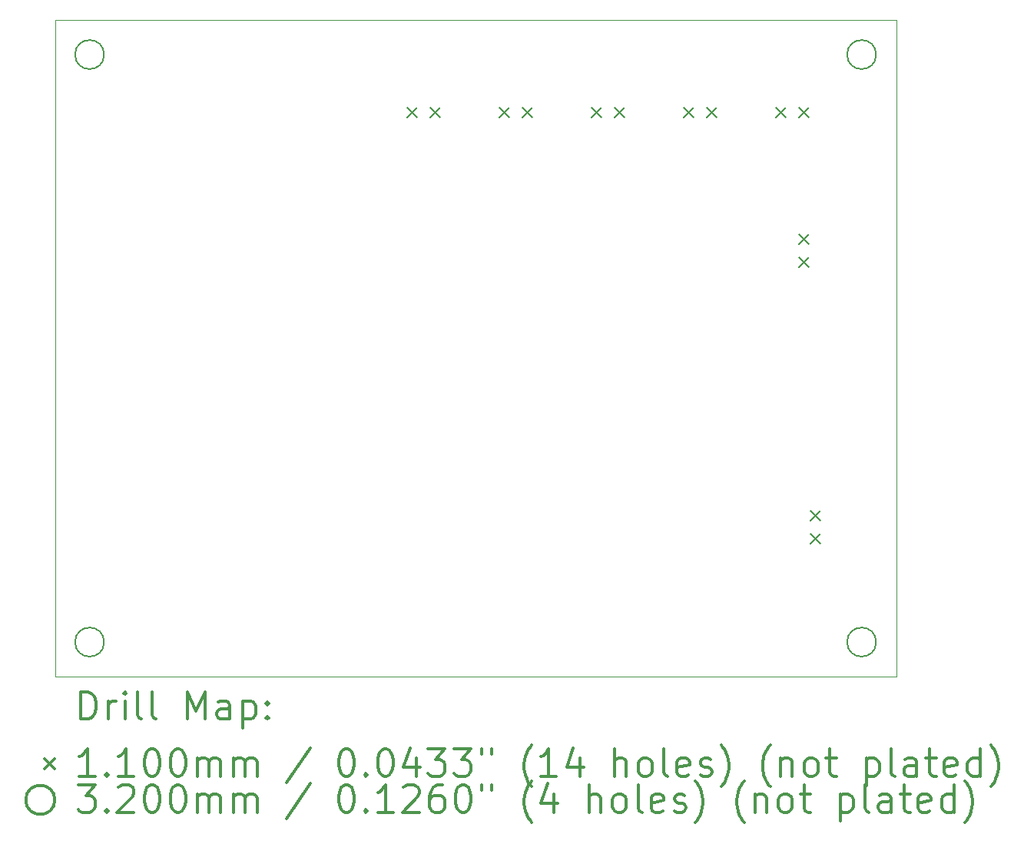
<source format=gbr>
%FSLAX45Y45*%
G04 Gerber Fmt 4.5, Leading zero omitted, Abs format (unit mm)*
G04 Created by KiCad (PCBNEW (5.1.10)-1) date 2021-06-12 21:44:27*
%MOMM*%
%LPD*%
G01*
G04 APERTURE LIST*
%TA.AperFunction,Profile*%
%ADD10C,0.050000*%
%TD*%
%ADD11C,0.200000*%
%ADD12C,0.300000*%
G04 APERTURE END LIST*
D10*
X9398000Y-12319000D02*
X9398000Y-5080000D01*
X18669000Y-12319000D02*
X9398000Y-12319000D01*
X18669000Y-5080000D02*
X18669000Y-12319000D01*
X9398000Y-5080000D02*
X18669000Y-5080000D01*
D11*
X13280000Y-6041000D02*
X13390000Y-6151000D01*
X13390000Y-6041000D02*
X13280000Y-6151000D01*
X13534000Y-6041000D02*
X13644000Y-6151000D01*
X13644000Y-6041000D02*
X13534000Y-6151000D01*
X14296000Y-6041000D02*
X14406000Y-6151000D01*
X14406000Y-6041000D02*
X14296000Y-6151000D01*
X14550000Y-6041000D02*
X14660000Y-6151000D01*
X14660000Y-6041000D02*
X14550000Y-6151000D01*
X15312000Y-6041000D02*
X15422000Y-6151000D01*
X15422000Y-6041000D02*
X15312000Y-6151000D01*
X15566000Y-6041000D02*
X15676000Y-6151000D01*
X15676000Y-6041000D02*
X15566000Y-6151000D01*
X16328000Y-6041000D02*
X16438000Y-6151000D01*
X16438000Y-6041000D02*
X16328000Y-6151000D01*
X16582000Y-6041000D02*
X16692000Y-6151000D01*
X16692000Y-6041000D02*
X16582000Y-6151000D01*
X17344000Y-6041000D02*
X17454000Y-6151000D01*
X17454000Y-6041000D02*
X17344000Y-6151000D01*
X17598000Y-6041000D02*
X17708000Y-6151000D01*
X17708000Y-6041000D02*
X17598000Y-6151000D01*
X17598000Y-7438000D02*
X17708000Y-7548000D01*
X17708000Y-7438000D02*
X17598000Y-7548000D01*
X17598000Y-7692000D02*
X17708000Y-7802000D01*
X17708000Y-7692000D02*
X17598000Y-7802000D01*
X17725000Y-10486000D02*
X17835000Y-10596000D01*
X17835000Y-10486000D02*
X17725000Y-10596000D01*
X17725000Y-10740000D02*
X17835000Y-10850000D01*
X17835000Y-10740000D02*
X17725000Y-10850000D01*
X9939000Y-5461000D02*
G75*
G03*
X9939000Y-5461000I-160000J0D01*
G01*
X9939000Y-11938000D02*
G75*
G03*
X9939000Y-11938000I-160000J0D01*
G01*
X18448000Y-5461000D02*
G75*
G03*
X18448000Y-5461000I-160000J0D01*
G01*
X18448000Y-11938000D02*
G75*
G03*
X18448000Y-11938000I-160000J0D01*
G01*
D12*
X9681928Y-12787214D02*
X9681928Y-12487214D01*
X9753357Y-12487214D01*
X9796214Y-12501500D01*
X9824786Y-12530071D01*
X9839071Y-12558643D01*
X9853357Y-12615786D01*
X9853357Y-12658643D01*
X9839071Y-12715786D01*
X9824786Y-12744357D01*
X9796214Y-12772929D01*
X9753357Y-12787214D01*
X9681928Y-12787214D01*
X9981928Y-12787214D02*
X9981928Y-12587214D01*
X9981928Y-12644357D02*
X9996214Y-12615786D01*
X10010500Y-12601500D01*
X10039071Y-12587214D01*
X10067643Y-12587214D01*
X10167643Y-12787214D02*
X10167643Y-12587214D01*
X10167643Y-12487214D02*
X10153357Y-12501500D01*
X10167643Y-12515786D01*
X10181928Y-12501500D01*
X10167643Y-12487214D01*
X10167643Y-12515786D01*
X10353357Y-12787214D02*
X10324786Y-12772929D01*
X10310500Y-12744357D01*
X10310500Y-12487214D01*
X10510500Y-12787214D02*
X10481928Y-12772929D01*
X10467643Y-12744357D01*
X10467643Y-12487214D01*
X10853357Y-12787214D02*
X10853357Y-12487214D01*
X10953357Y-12701500D01*
X11053357Y-12487214D01*
X11053357Y-12787214D01*
X11324786Y-12787214D02*
X11324786Y-12630071D01*
X11310500Y-12601500D01*
X11281928Y-12587214D01*
X11224786Y-12587214D01*
X11196214Y-12601500D01*
X11324786Y-12772929D02*
X11296214Y-12787214D01*
X11224786Y-12787214D01*
X11196214Y-12772929D01*
X11181928Y-12744357D01*
X11181928Y-12715786D01*
X11196214Y-12687214D01*
X11224786Y-12672929D01*
X11296214Y-12672929D01*
X11324786Y-12658643D01*
X11467643Y-12587214D02*
X11467643Y-12887214D01*
X11467643Y-12601500D02*
X11496214Y-12587214D01*
X11553357Y-12587214D01*
X11581928Y-12601500D01*
X11596214Y-12615786D01*
X11610500Y-12644357D01*
X11610500Y-12730071D01*
X11596214Y-12758643D01*
X11581928Y-12772929D01*
X11553357Y-12787214D01*
X11496214Y-12787214D01*
X11467643Y-12772929D01*
X11739071Y-12758643D02*
X11753357Y-12772929D01*
X11739071Y-12787214D01*
X11724786Y-12772929D01*
X11739071Y-12758643D01*
X11739071Y-12787214D01*
X11739071Y-12601500D02*
X11753357Y-12615786D01*
X11739071Y-12630071D01*
X11724786Y-12615786D01*
X11739071Y-12601500D01*
X11739071Y-12630071D01*
X9285500Y-13226500D02*
X9395500Y-13336500D01*
X9395500Y-13226500D02*
X9285500Y-13336500D01*
X9839071Y-13417214D02*
X9667643Y-13417214D01*
X9753357Y-13417214D02*
X9753357Y-13117214D01*
X9724786Y-13160071D01*
X9696214Y-13188643D01*
X9667643Y-13202929D01*
X9967643Y-13388643D02*
X9981928Y-13402929D01*
X9967643Y-13417214D01*
X9953357Y-13402929D01*
X9967643Y-13388643D01*
X9967643Y-13417214D01*
X10267643Y-13417214D02*
X10096214Y-13417214D01*
X10181928Y-13417214D02*
X10181928Y-13117214D01*
X10153357Y-13160071D01*
X10124786Y-13188643D01*
X10096214Y-13202929D01*
X10453357Y-13117214D02*
X10481928Y-13117214D01*
X10510500Y-13131500D01*
X10524786Y-13145786D01*
X10539071Y-13174357D01*
X10553357Y-13231500D01*
X10553357Y-13302929D01*
X10539071Y-13360071D01*
X10524786Y-13388643D01*
X10510500Y-13402929D01*
X10481928Y-13417214D01*
X10453357Y-13417214D01*
X10424786Y-13402929D01*
X10410500Y-13388643D01*
X10396214Y-13360071D01*
X10381928Y-13302929D01*
X10381928Y-13231500D01*
X10396214Y-13174357D01*
X10410500Y-13145786D01*
X10424786Y-13131500D01*
X10453357Y-13117214D01*
X10739071Y-13117214D02*
X10767643Y-13117214D01*
X10796214Y-13131500D01*
X10810500Y-13145786D01*
X10824786Y-13174357D01*
X10839071Y-13231500D01*
X10839071Y-13302929D01*
X10824786Y-13360071D01*
X10810500Y-13388643D01*
X10796214Y-13402929D01*
X10767643Y-13417214D01*
X10739071Y-13417214D01*
X10710500Y-13402929D01*
X10696214Y-13388643D01*
X10681928Y-13360071D01*
X10667643Y-13302929D01*
X10667643Y-13231500D01*
X10681928Y-13174357D01*
X10696214Y-13145786D01*
X10710500Y-13131500D01*
X10739071Y-13117214D01*
X10967643Y-13417214D02*
X10967643Y-13217214D01*
X10967643Y-13245786D02*
X10981928Y-13231500D01*
X11010500Y-13217214D01*
X11053357Y-13217214D01*
X11081928Y-13231500D01*
X11096214Y-13260071D01*
X11096214Y-13417214D01*
X11096214Y-13260071D02*
X11110500Y-13231500D01*
X11139071Y-13217214D01*
X11181928Y-13217214D01*
X11210500Y-13231500D01*
X11224786Y-13260071D01*
X11224786Y-13417214D01*
X11367643Y-13417214D02*
X11367643Y-13217214D01*
X11367643Y-13245786D02*
X11381928Y-13231500D01*
X11410500Y-13217214D01*
X11453357Y-13217214D01*
X11481928Y-13231500D01*
X11496214Y-13260071D01*
X11496214Y-13417214D01*
X11496214Y-13260071D02*
X11510500Y-13231500D01*
X11539071Y-13217214D01*
X11581928Y-13217214D01*
X11610500Y-13231500D01*
X11624786Y-13260071D01*
X11624786Y-13417214D01*
X12210500Y-13102929D02*
X11953357Y-13488643D01*
X12596214Y-13117214D02*
X12624786Y-13117214D01*
X12653357Y-13131500D01*
X12667643Y-13145786D01*
X12681928Y-13174357D01*
X12696214Y-13231500D01*
X12696214Y-13302929D01*
X12681928Y-13360071D01*
X12667643Y-13388643D01*
X12653357Y-13402929D01*
X12624786Y-13417214D01*
X12596214Y-13417214D01*
X12567643Y-13402929D01*
X12553357Y-13388643D01*
X12539071Y-13360071D01*
X12524786Y-13302929D01*
X12524786Y-13231500D01*
X12539071Y-13174357D01*
X12553357Y-13145786D01*
X12567643Y-13131500D01*
X12596214Y-13117214D01*
X12824786Y-13388643D02*
X12839071Y-13402929D01*
X12824786Y-13417214D01*
X12810500Y-13402929D01*
X12824786Y-13388643D01*
X12824786Y-13417214D01*
X13024786Y-13117214D02*
X13053357Y-13117214D01*
X13081928Y-13131500D01*
X13096214Y-13145786D01*
X13110500Y-13174357D01*
X13124786Y-13231500D01*
X13124786Y-13302929D01*
X13110500Y-13360071D01*
X13096214Y-13388643D01*
X13081928Y-13402929D01*
X13053357Y-13417214D01*
X13024786Y-13417214D01*
X12996214Y-13402929D01*
X12981928Y-13388643D01*
X12967643Y-13360071D01*
X12953357Y-13302929D01*
X12953357Y-13231500D01*
X12967643Y-13174357D01*
X12981928Y-13145786D01*
X12996214Y-13131500D01*
X13024786Y-13117214D01*
X13381928Y-13217214D02*
X13381928Y-13417214D01*
X13310500Y-13102929D02*
X13239071Y-13317214D01*
X13424786Y-13317214D01*
X13510500Y-13117214D02*
X13696214Y-13117214D01*
X13596214Y-13231500D01*
X13639071Y-13231500D01*
X13667643Y-13245786D01*
X13681928Y-13260071D01*
X13696214Y-13288643D01*
X13696214Y-13360071D01*
X13681928Y-13388643D01*
X13667643Y-13402929D01*
X13639071Y-13417214D01*
X13553357Y-13417214D01*
X13524786Y-13402929D01*
X13510500Y-13388643D01*
X13796214Y-13117214D02*
X13981928Y-13117214D01*
X13881928Y-13231500D01*
X13924786Y-13231500D01*
X13953357Y-13245786D01*
X13967643Y-13260071D01*
X13981928Y-13288643D01*
X13981928Y-13360071D01*
X13967643Y-13388643D01*
X13953357Y-13402929D01*
X13924786Y-13417214D01*
X13839071Y-13417214D01*
X13810500Y-13402929D01*
X13796214Y-13388643D01*
X14096214Y-13117214D02*
X14096214Y-13174357D01*
X14210500Y-13117214D02*
X14210500Y-13174357D01*
X14653357Y-13531500D02*
X14639071Y-13517214D01*
X14610500Y-13474357D01*
X14596214Y-13445786D01*
X14581928Y-13402929D01*
X14567643Y-13331500D01*
X14567643Y-13274357D01*
X14581928Y-13202929D01*
X14596214Y-13160071D01*
X14610500Y-13131500D01*
X14639071Y-13088643D01*
X14653357Y-13074357D01*
X14924786Y-13417214D02*
X14753357Y-13417214D01*
X14839071Y-13417214D02*
X14839071Y-13117214D01*
X14810500Y-13160071D01*
X14781928Y-13188643D01*
X14753357Y-13202929D01*
X15181928Y-13217214D02*
X15181928Y-13417214D01*
X15110500Y-13102929D02*
X15039071Y-13317214D01*
X15224786Y-13317214D01*
X15567643Y-13417214D02*
X15567643Y-13117214D01*
X15696214Y-13417214D02*
X15696214Y-13260071D01*
X15681928Y-13231500D01*
X15653357Y-13217214D01*
X15610500Y-13217214D01*
X15581928Y-13231500D01*
X15567643Y-13245786D01*
X15881928Y-13417214D02*
X15853357Y-13402929D01*
X15839071Y-13388643D01*
X15824786Y-13360071D01*
X15824786Y-13274357D01*
X15839071Y-13245786D01*
X15853357Y-13231500D01*
X15881928Y-13217214D01*
X15924786Y-13217214D01*
X15953357Y-13231500D01*
X15967643Y-13245786D01*
X15981928Y-13274357D01*
X15981928Y-13360071D01*
X15967643Y-13388643D01*
X15953357Y-13402929D01*
X15924786Y-13417214D01*
X15881928Y-13417214D01*
X16153357Y-13417214D02*
X16124786Y-13402929D01*
X16110500Y-13374357D01*
X16110500Y-13117214D01*
X16381928Y-13402929D02*
X16353357Y-13417214D01*
X16296214Y-13417214D01*
X16267643Y-13402929D01*
X16253357Y-13374357D01*
X16253357Y-13260071D01*
X16267643Y-13231500D01*
X16296214Y-13217214D01*
X16353357Y-13217214D01*
X16381928Y-13231500D01*
X16396214Y-13260071D01*
X16396214Y-13288643D01*
X16253357Y-13317214D01*
X16510500Y-13402929D02*
X16539071Y-13417214D01*
X16596214Y-13417214D01*
X16624786Y-13402929D01*
X16639071Y-13374357D01*
X16639071Y-13360071D01*
X16624786Y-13331500D01*
X16596214Y-13317214D01*
X16553357Y-13317214D01*
X16524786Y-13302929D01*
X16510500Y-13274357D01*
X16510500Y-13260071D01*
X16524786Y-13231500D01*
X16553357Y-13217214D01*
X16596214Y-13217214D01*
X16624786Y-13231500D01*
X16739071Y-13531500D02*
X16753357Y-13517214D01*
X16781928Y-13474357D01*
X16796214Y-13445786D01*
X16810500Y-13402929D01*
X16824786Y-13331500D01*
X16824786Y-13274357D01*
X16810500Y-13202929D01*
X16796214Y-13160071D01*
X16781928Y-13131500D01*
X16753357Y-13088643D01*
X16739071Y-13074357D01*
X17281928Y-13531500D02*
X17267643Y-13517214D01*
X17239071Y-13474357D01*
X17224786Y-13445786D01*
X17210500Y-13402929D01*
X17196214Y-13331500D01*
X17196214Y-13274357D01*
X17210500Y-13202929D01*
X17224786Y-13160071D01*
X17239071Y-13131500D01*
X17267643Y-13088643D01*
X17281928Y-13074357D01*
X17396214Y-13217214D02*
X17396214Y-13417214D01*
X17396214Y-13245786D02*
X17410500Y-13231500D01*
X17439071Y-13217214D01*
X17481928Y-13217214D01*
X17510500Y-13231500D01*
X17524786Y-13260071D01*
X17524786Y-13417214D01*
X17710500Y-13417214D02*
X17681928Y-13402929D01*
X17667643Y-13388643D01*
X17653357Y-13360071D01*
X17653357Y-13274357D01*
X17667643Y-13245786D01*
X17681928Y-13231500D01*
X17710500Y-13217214D01*
X17753357Y-13217214D01*
X17781928Y-13231500D01*
X17796214Y-13245786D01*
X17810500Y-13274357D01*
X17810500Y-13360071D01*
X17796214Y-13388643D01*
X17781928Y-13402929D01*
X17753357Y-13417214D01*
X17710500Y-13417214D01*
X17896214Y-13217214D02*
X18010500Y-13217214D01*
X17939071Y-13117214D02*
X17939071Y-13374357D01*
X17953357Y-13402929D01*
X17981928Y-13417214D01*
X18010500Y-13417214D01*
X18339071Y-13217214D02*
X18339071Y-13517214D01*
X18339071Y-13231500D02*
X18367643Y-13217214D01*
X18424786Y-13217214D01*
X18453357Y-13231500D01*
X18467643Y-13245786D01*
X18481928Y-13274357D01*
X18481928Y-13360071D01*
X18467643Y-13388643D01*
X18453357Y-13402929D01*
X18424786Y-13417214D01*
X18367643Y-13417214D01*
X18339071Y-13402929D01*
X18653357Y-13417214D02*
X18624786Y-13402929D01*
X18610500Y-13374357D01*
X18610500Y-13117214D01*
X18896214Y-13417214D02*
X18896214Y-13260071D01*
X18881928Y-13231500D01*
X18853357Y-13217214D01*
X18796214Y-13217214D01*
X18767643Y-13231500D01*
X18896214Y-13402929D02*
X18867643Y-13417214D01*
X18796214Y-13417214D01*
X18767643Y-13402929D01*
X18753357Y-13374357D01*
X18753357Y-13345786D01*
X18767643Y-13317214D01*
X18796214Y-13302929D01*
X18867643Y-13302929D01*
X18896214Y-13288643D01*
X18996214Y-13217214D02*
X19110500Y-13217214D01*
X19039071Y-13117214D02*
X19039071Y-13374357D01*
X19053357Y-13402929D01*
X19081928Y-13417214D01*
X19110500Y-13417214D01*
X19324786Y-13402929D02*
X19296214Y-13417214D01*
X19239071Y-13417214D01*
X19210500Y-13402929D01*
X19196214Y-13374357D01*
X19196214Y-13260071D01*
X19210500Y-13231500D01*
X19239071Y-13217214D01*
X19296214Y-13217214D01*
X19324786Y-13231500D01*
X19339071Y-13260071D01*
X19339071Y-13288643D01*
X19196214Y-13317214D01*
X19596214Y-13417214D02*
X19596214Y-13117214D01*
X19596214Y-13402929D02*
X19567643Y-13417214D01*
X19510500Y-13417214D01*
X19481928Y-13402929D01*
X19467643Y-13388643D01*
X19453357Y-13360071D01*
X19453357Y-13274357D01*
X19467643Y-13245786D01*
X19481928Y-13231500D01*
X19510500Y-13217214D01*
X19567643Y-13217214D01*
X19596214Y-13231500D01*
X19710500Y-13531500D02*
X19724786Y-13517214D01*
X19753357Y-13474357D01*
X19767643Y-13445786D01*
X19781928Y-13402929D01*
X19796214Y-13331500D01*
X19796214Y-13274357D01*
X19781928Y-13202929D01*
X19767643Y-13160071D01*
X19753357Y-13131500D01*
X19724786Y-13088643D01*
X19710500Y-13074357D01*
X9395500Y-13677500D02*
G75*
G03*
X9395500Y-13677500I-160000J0D01*
G01*
X9653357Y-13513214D02*
X9839071Y-13513214D01*
X9739071Y-13627500D01*
X9781928Y-13627500D01*
X9810500Y-13641786D01*
X9824786Y-13656071D01*
X9839071Y-13684643D01*
X9839071Y-13756071D01*
X9824786Y-13784643D01*
X9810500Y-13798929D01*
X9781928Y-13813214D01*
X9696214Y-13813214D01*
X9667643Y-13798929D01*
X9653357Y-13784643D01*
X9967643Y-13784643D02*
X9981928Y-13798929D01*
X9967643Y-13813214D01*
X9953357Y-13798929D01*
X9967643Y-13784643D01*
X9967643Y-13813214D01*
X10096214Y-13541786D02*
X10110500Y-13527500D01*
X10139071Y-13513214D01*
X10210500Y-13513214D01*
X10239071Y-13527500D01*
X10253357Y-13541786D01*
X10267643Y-13570357D01*
X10267643Y-13598929D01*
X10253357Y-13641786D01*
X10081928Y-13813214D01*
X10267643Y-13813214D01*
X10453357Y-13513214D02*
X10481928Y-13513214D01*
X10510500Y-13527500D01*
X10524786Y-13541786D01*
X10539071Y-13570357D01*
X10553357Y-13627500D01*
X10553357Y-13698929D01*
X10539071Y-13756071D01*
X10524786Y-13784643D01*
X10510500Y-13798929D01*
X10481928Y-13813214D01*
X10453357Y-13813214D01*
X10424786Y-13798929D01*
X10410500Y-13784643D01*
X10396214Y-13756071D01*
X10381928Y-13698929D01*
X10381928Y-13627500D01*
X10396214Y-13570357D01*
X10410500Y-13541786D01*
X10424786Y-13527500D01*
X10453357Y-13513214D01*
X10739071Y-13513214D02*
X10767643Y-13513214D01*
X10796214Y-13527500D01*
X10810500Y-13541786D01*
X10824786Y-13570357D01*
X10839071Y-13627500D01*
X10839071Y-13698929D01*
X10824786Y-13756071D01*
X10810500Y-13784643D01*
X10796214Y-13798929D01*
X10767643Y-13813214D01*
X10739071Y-13813214D01*
X10710500Y-13798929D01*
X10696214Y-13784643D01*
X10681928Y-13756071D01*
X10667643Y-13698929D01*
X10667643Y-13627500D01*
X10681928Y-13570357D01*
X10696214Y-13541786D01*
X10710500Y-13527500D01*
X10739071Y-13513214D01*
X10967643Y-13813214D02*
X10967643Y-13613214D01*
X10967643Y-13641786D02*
X10981928Y-13627500D01*
X11010500Y-13613214D01*
X11053357Y-13613214D01*
X11081928Y-13627500D01*
X11096214Y-13656071D01*
X11096214Y-13813214D01*
X11096214Y-13656071D02*
X11110500Y-13627500D01*
X11139071Y-13613214D01*
X11181928Y-13613214D01*
X11210500Y-13627500D01*
X11224786Y-13656071D01*
X11224786Y-13813214D01*
X11367643Y-13813214D02*
X11367643Y-13613214D01*
X11367643Y-13641786D02*
X11381928Y-13627500D01*
X11410500Y-13613214D01*
X11453357Y-13613214D01*
X11481928Y-13627500D01*
X11496214Y-13656071D01*
X11496214Y-13813214D01*
X11496214Y-13656071D02*
X11510500Y-13627500D01*
X11539071Y-13613214D01*
X11581928Y-13613214D01*
X11610500Y-13627500D01*
X11624786Y-13656071D01*
X11624786Y-13813214D01*
X12210500Y-13498929D02*
X11953357Y-13884643D01*
X12596214Y-13513214D02*
X12624786Y-13513214D01*
X12653357Y-13527500D01*
X12667643Y-13541786D01*
X12681928Y-13570357D01*
X12696214Y-13627500D01*
X12696214Y-13698929D01*
X12681928Y-13756071D01*
X12667643Y-13784643D01*
X12653357Y-13798929D01*
X12624786Y-13813214D01*
X12596214Y-13813214D01*
X12567643Y-13798929D01*
X12553357Y-13784643D01*
X12539071Y-13756071D01*
X12524786Y-13698929D01*
X12524786Y-13627500D01*
X12539071Y-13570357D01*
X12553357Y-13541786D01*
X12567643Y-13527500D01*
X12596214Y-13513214D01*
X12824786Y-13784643D02*
X12839071Y-13798929D01*
X12824786Y-13813214D01*
X12810500Y-13798929D01*
X12824786Y-13784643D01*
X12824786Y-13813214D01*
X13124786Y-13813214D02*
X12953357Y-13813214D01*
X13039071Y-13813214D02*
X13039071Y-13513214D01*
X13010500Y-13556071D01*
X12981928Y-13584643D01*
X12953357Y-13598929D01*
X13239071Y-13541786D02*
X13253357Y-13527500D01*
X13281928Y-13513214D01*
X13353357Y-13513214D01*
X13381928Y-13527500D01*
X13396214Y-13541786D01*
X13410500Y-13570357D01*
X13410500Y-13598929D01*
X13396214Y-13641786D01*
X13224786Y-13813214D01*
X13410500Y-13813214D01*
X13667643Y-13513214D02*
X13610500Y-13513214D01*
X13581928Y-13527500D01*
X13567643Y-13541786D01*
X13539071Y-13584643D01*
X13524786Y-13641786D01*
X13524786Y-13756071D01*
X13539071Y-13784643D01*
X13553357Y-13798929D01*
X13581928Y-13813214D01*
X13639071Y-13813214D01*
X13667643Y-13798929D01*
X13681928Y-13784643D01*
X13696214Y-13756071D01*
X13696214Y-13684643D01*
X13681928Y-13656071D01*
X13667643Y-13641786D01*
X13639071Y-13627500D01*
X13581928Y-13627500D01*
X13553357Y-13641786D01*
X13539071Y-13656071D01*
X13524786Y-13684643D01*
X13881928Y-13513214D02*
X13910500Y-13513214D01*
X13939071Y-13527500D01*
X13953357Y-13541786D01*
X13967643Y-13570357D01*
X13981928Y-13627500D01*
X13981928Y-13698929D01*
X13967643Y-13756071D01*
X13953357Y-13784643D01*
X13939071Y-13798929D01*
X13910500Y-13813214D01*
X13881928Y-13813214D01*
X13853357Y-13798929D01*
X13839071Y-13784643D01*
X13824786Y-13756071D01*
X13810500Y-13698929D01*
X13810500Y-13627500D01*
X13824786Y-13570357D01*
X13839071Y-13541786D01*
X13853357Y-13527500D01*
X13881928Y-13513214D01*
X14096214Y-13513214D02*
X14096214Y-13570357D01*
X14210500Y-13513214D02*
X14210500Y-13570357D01*
X14653357Y-13927500D02*
X14639071Y-13913214D01*
X14610500Y-13870357D01*
X14596214Y-13841786D01*
X14581928Y-13798929D01*
X14567643Y-13727500D01*
X14567643Y-13670357D01*
X14581928Y-13598929D01*
X14596214Y-13556071D01*
X14610500Y-13527500D01*
X14639071Y-13484643D01*
X14653357Y-13470357D01*
X14896214Y-13613214D02*
X14896214Y-13813214D01*
X14824786Y-13498929D02*
X14753357Y-13713214D01*
X14939071Y-13713214D01*
X15281928Y-13813214D02*
X15281928Y-13513214D01*
X15410500Y-13813214D02*
X15410500Y-13656071D01*
X15396214Y-13627500D01*
X15367643Y-13613214D01*
X15324786Y-13613214D01*
X15296214Y-13627500D01*
X15281928Y-13641786D01*
X15596214Y-13813214D02*
X15567643Y-13798929D01*
X15553357Y-13784643D01*
X15539071Y-13756071D01*
X15539071Y-13670357D01*
X15553357Y-13641786D01*
X15567643Y-13627500D01*
X15596214Y-13613214D01*
X15639071Y-13613214D01*
X15667643Y-13627500D01*
X15681928Y-13641786D01*
X15696214Y-13670357D01*
X15696214Y-13756071D01*
X15681928Y-13784643D01*
X15667643Y-13798929D01*
X15639071Y-13813214D01*
X15596214Y-13813214D01*
X15867643Y-13813214D02*
X15839071Y-13798929D01*
X15824786Y-13770357D01*
X15824786Y-13513214D01*
X16096214Y-13798929D02*
X16067643Y-13813214D01*
X16010500Y-13813214D01*
X15981928Y-13798929D01*
X15967643Y-13770357D01*
X15967643Y-13656071D01*
X15981928Y-13627500D01*
X16010500Y-13613214D01*
X16067643Y-13613214D01*
X16096214Y-13627500D01*
X16110500Y-13656071D01*
X16110500Y-13684643D01*
X15967643Y-13713214D01*
X16224786Y-13798929D02*
X16253357Y-13813214D01*
X16310500Y-13813214D01*
X16339071Y-13798929D01*
X16353357Y-13770357D01*
X16353357Y-13756071D01*
X16339071Y-13727500D01*
X16310500Y-13713214D01*
X16267643Y-13713214D01*
X16239071Y-13698929D01*
X16224786Y-13670357D01*
X16224786Y-13656071D01*
X16239071Y-13627500D01*
X16267643Y-13613214D01*
X16310500Y-13613214D01*
X16339071Y-13627500D01*
X16453357Y-13927500D02*
X16467643Y-13913214D01*
X16496214Y-13870357D01*
X16510500Y-13841786D01*
X16524786Y-13798929D01*
X16539071Y-13727500D01*
X16539071Y-13670357D01*
X16524786Y-13598929D01*
X16510500Y-13556071D01*
X16496214Y-13527500D01*
X16467643Y-13484643D01*
X16453357Y-13470357D01*
X16996214Y-13927500D02*
X16981928Y-13913214D01*
X16953357Y-13870357D01*
X16939071Y-13841786D01*
X16924786Y-13798929D01*
X16910500Y-13727500D01*
X16910500Y-13670357D01*
X16924786Y-13598929D01*
X16939071Y-13556071D01*
X16953357Y-13527500D01*
X16981928Y-13484643D01*
X16996214Y-13470357D01*
X17110500Y-13613214D02*
X17110500Y-13813214D01*
X17110500Y-13641786D02*
X17124786Y-13627500D01*
X17153357Y-13613214D01*
X17196214Y-13613214D01*
X17224786Y-13627500D01*
X17239071Y-13656071D01*
X17239071Y-13813214D01*
X17424786Y-13813214D02*
X17396214Y-13798929D01*
X17381928Y-13784643D01*
X17367643Y-13756071D01*
X17367643Y-13670357D01*
X17381928Y-13641786D01*
X17396214Y-13627500D01*
X17424786Y-13613214D01*
X17467643Y-13613214D01*
X17496214Y-13627500D01*
X17510500Y-13641786D01*
X17524786Y-13670357D01*
X17524786Y-13756071D01*
X17510500Y-13784643D01*
X17496214Y-13798929D01*
X17467643Y-13813214D01*
X17424786Y-13813214D01*
X17610500Y-13613214D02*
X17724786Y-13613214D01*
X17653357Y-13513214D02*
X17653357Y-13770357D01*
X17667643Y-13798929D01*
X17696214Y-13813214D01*
X17724786Y-13813214D01*
X18053357Y-13613214D02*
X18053357Y-13913214D01*
X18053357Y-13627500D02*
X18081928Y-13613214D01*
X18139071Y-13613214D01*
X18167643Y-13627500D01*
X18181928Y-13641786D01*
X18196214Y-13670357D01*
X18196214Y-13756071D01*
X18181928Y-13784643D01*
X18167643Y-13798929D01*
X18139071Y-13813214D01*
X18081928Y-13813214D01*
X18053357Y-13798929D01*
X18367643Y-13813214D02*
X18339071Y-13798929D01*
X18324786Y-13770357D01*
X18324786Y-13513214D01*
X18610500Y-13813214D02*
X18610500Y-13656071D01*
X18596214Y-13627500D01*
X18567643Y-13613214D01*
X18510500Y-13613214D01*
X18481928Y-13627500D01*
X18610500Y-13798929D02*
X18581928Y-13813214D01*
X18510500Y-13813214D01*
X18481928Y-13798929D01*
X18467643Y-13770357D01*
X18467643Y-13741786D01*
X18481928Y-13713214D01*
X18510500Y-13698929D01*
X18581928Y-13698929D01*
X18610500Y-13684643D01*
X18710500Y-13613214D02*
X18824786Y-13613214D01*
X18753357Y-13513214D02*
X18753357Y-13770357D01*
X18767643Y-13798929D01*
X18796214Y-13813214D01*
X18824786Y-13813214D01*
X19039071Y-13798929D02*
X19010500Y-13813214D01*
X18953357Y-13813214D01*
X18924786Y-13798929D01*
X18910500Y-13770357D01*
X18910500Y-13656071D01*
X18924786Y-13627500D01*
X18953357Y-13613214D01*
X19010500Y-13613214D01*
X19039071Y-13627500D01*
X19053357Y-13656071D01*
X19053357Y-13684643D01*
X18910500Y-13713214D01*
X19310500Y-13813214D02*
X19310500Y-13513214D01*
X19310500Y-13798929D02*
X19281928Y-13813214D01*
X19224786Y-13813214D01*
X19196214Y-13798929D01*
X19181928Y-13784643D01*
X19167643Y-13756071D01*
X19167643Y-13670357D01*
X19181928Y-13641786D01*
X19196214Y-13627500D01*
X19224786Y-13613214D01*
X19281928Y-13613214D01*
X19310500Y-13627500D01*
X19424786Y-13927500D02*
X19439071Y-13913214D01*
X19467643Y-13870357D01*
X19481928Y-13841786D01*
X19496214Y-13798929D01*
X19510500Y-13727500D01*
X19510500Y-13670357D01*
X19496214Y-13598929D01*
X19481928Y-13556071D01*
X19467643Y-13527500D01*
X19439071Y-13484643D01*
X19424786Y-13470357D01*
M02*

</source>
